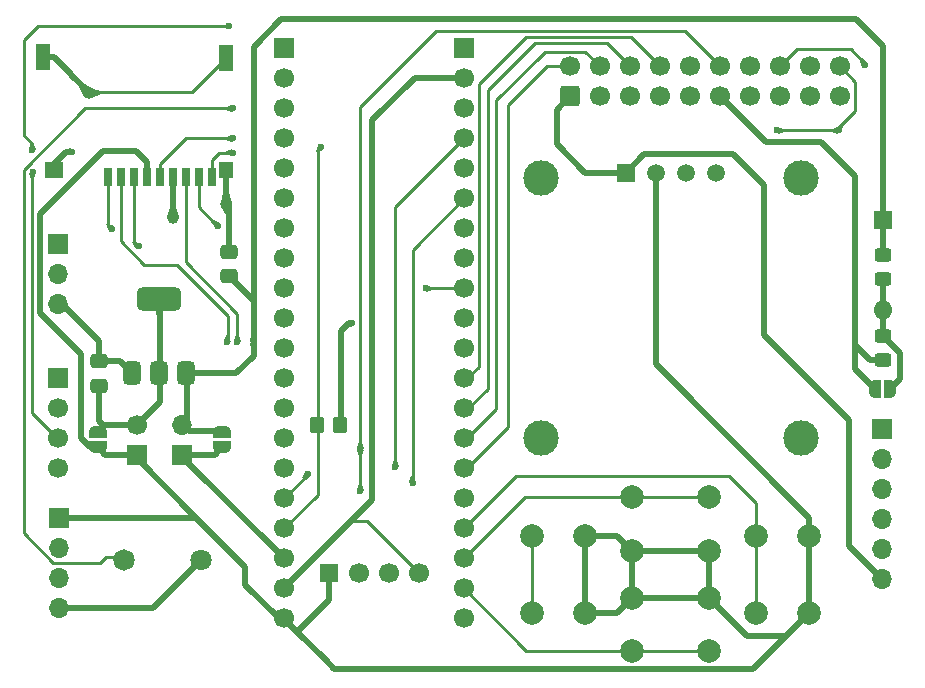
<source format=gbr>
%TF.GenerationSoftware,KiCad,Pcbnew,9.0.3*%
%TF.CreationDate,2025-08-20T09:57:48+02:00*%
%TF.ProjectId,sdiskII_stm32,73646973-6b49-4495-9f73-746d33322e6b,7*%
%TF.SameCoordinates,Original*%
%TF.FileFunction,Copper,L1,Top*%
%TF.FilePolarity,Positive*%
%FSLAX46Y46*%
G04 Gerber Fmt 4.6, Leading zero omitted, Abs format (unit mm)*
G04 Created by KiCad (PCBNEW 9.0.3) date 2025-08-20 09:57:48*
%MOMM*%
%LPD*%
G01*
G04 APERTURE LIST*
G04 Aperture macros list*
%AMRoundRect*
0 Rectangle with rounded corners*
0 $1 Rounding radius*
0 $2 $3 $4 $5 $6 $7 $8 $9 X,Y pos of 4 corners*
0 Add a 4 corners polygon primitive as box body*
4,1,4,$2,$3,$4,$5,$6,$7,$8,$9,$2,$3,0*
0 Add four circle primitives for the rounded corners*
1,1,$1+$1,$2,$3*
1,1,$1+$1,$4,$5*
1,1,$1+$1,$6,$7*
1,1,$1+$1,$8,$9*
0 Add four rect primitives between the rounded corners*
20,1,$1+$1,$2,$3,$4,$5,0*
20,1,$1+$1,$4,$5,$6,$7,0*
20,1,$1+$1,$6,$7,$8,$9,0*
20,1,$1+$1,$8,$9,$2,$3,0*%
%AMFreePoly0*
4,1,23,0.500000,-0.750000,0.000000,-0.750000,0.000000,-0.745722,-0.065263,-0.745722,-0.191342,-0.711940,-0.304381,-0.646677,-0.396677,-0.554381,-0.461940,-0.441342,-0.495722,-0.315263,-0.495722,-0.250000,-0.500000,-0.250000,-0.500000,0.250000,-0.495722,0.250000,-0.495722,0.315263,-0.461940,0.441342,-0.396677,0.554381,-0.304381,0.646677,-0.191342,0.711940,-0.065263,0.745722,0.000000,0.745722,
0.000000,0.750000,0.500000,0.750000,0.500000,-0.750000,0.500000,-0.750000,$1*%
%AMFreePoly1*
4,1,23,0.000000,0.745722,0.065263,0.745722,0.191342,0.711940,0.304381,0.646677,0.396677,0.554381,0.461940,0.441342,0.495722,0.315263,0.495722,0.250000,0.500000,0.250000,0.500000,-0.250000,0.495722,-0.250000,0.495722,-0.315263,0.461940,-0.441342,0.396677,-0.554381,0.304381,-0.646677,0.191342,-0.711940,0.065263,-0.745722,0.000000,-0.745722,0.000000,-0.750000,-0.500000,-0.750000,
-0.500000,0.750000,0.000000,0.750000,0.000000,0.745722,0.000000,0.745722,$1*%
G04 Aperture macros list end*
%TA.AperFunction,ComponentPad*%
%ADD10RoundRect,0.250000X0.600000X-0.600000X0.600000X0.600000X-0.600000X0.600000X-0.600000X-0.600000X0*%
%TD*%
%TA.AperFunction,ComponentPad*%
%ADD11C,1.700000*%
%TD*%
%TA.AperFunction,ComponentPad*%
%ADD12R,1.600000X1.600000*%
%TD*%
%TA.AperFunction,ComponentPad*%
%ADD13O,1.600000X1.600000*%
%TD*%
%TA.AperFunction,ComponentPad*%
%ADD14R,1.700000X1.700000*%
%TD*%
%TA.AperFunction,ComponentPad*%
%ADD15O,1.700000X1.700000*%
%TD*%
%TA.AperFunction,ComponentPad*%
%ADD16C,2.000000*%
%TD*%
%TA.AperFunction,SMDPad,CuDef*%
%ADD17RoundRect,0.250000X-0.450000X0.325000X-0.450000X-0.325000X0.450000X-0.325000X0.450000X0.325000X0*%
%TD*%
%TA.AperFunction,SMDPad,CuDef*%
%ADD18RoundRect,0.250000X0.475000X-0.337500X0.475000X0.337500X-0.475000X0.337500X-0.475000X-0.337500X0*%
%TD*%
%TA.AperFunction,ComponentPad*%
%ADD19C,1.824000*%
%TD*%
%TA.AperFunction,ComponentPad*%
%ADD20C,1.800000*%
%TD*%
%TA.AperFunction,SMDPad,CuDef*%
%ADD21FreePoly0,270.000000*%
%TD*%
%TA.AperFunction,SMDPad,CuDef*%
%ADD22FreePoly1,270.000000*%
%TD*%
%TA.AperFunction,ComponentPad*%
%ADD23R,1.524000X1.524000*%
%TD*%
%TA.AperFunction,SMDPad,CuDef*%
%ADD24RoundRect,0.375000X0.375000X-0.625000X0.375000X0.625000X-0.375000X0.625000X-0.375000X-0.625000X0*%
%TD*%
%TA.AperFunction,SMDPad,CuDef*%
%ADD25RoundRect,0.500000X1.400000X-0.500000X1.400000X0.500000X-1.400000X0.500000X-1.400000X-0.500000X0*%
%TD*%
%TA.AperFunction,SMDPad,CuDef*%
%ADD26FreePoly0,180.000000*%
%TD*%
%TA.AperFunction,SMDPad,CuDef*%
%ADD27FreePoly1,180.000000*%
%TD*%
%TA.AperFunction,ComponentPad*%
%ADD28R,1.508000X1.508000*%
%TD*%
%TA.AperFunction,ComponentPad*%
%ADD29C,1.508000*%
%TD*%
%TA.AperFunction,ComponentPad*%
%ADD30C,3.000000*%
%TD*%
%TA.AperFunction,SMDPad,CuDef*%
%ADD31R,1.600000X1.400000*%
%TD*%
%TA.AperFunction,SMDPad,CuDef*%
%ADD32R,1.200000X2.200000*%
%TD*%
%TA.AperFunction,SMDPad,CuDef*%
%ADD33R,0.700000X1.600000*%
%TD*%
%TA.AperFunction,SMDPad,CuDef*%
%ADD34R,1.200000X1.400000*%
%TD*%
%TA.AperFunction,SMDPad,CuDef*%
%ADD35RoundRect,0.250000X-0.350000X-0.450000X0.350000X-0.450000X0.350000X0.450000X-0.350000X0.450000X0*%
%TD*%
%TA.AperFunction,ViaPad*%
%ADD36C,0.600000*%
%TD*%
%TA.AperFunction,ViaPad*%
%ADD37C,1.000000*%
%TD*%
%TA.AperFunction,Conductor*%
%ADD38C,0.500000*%
%TD*%
%TA.AperFunction,Conductor*%
%ADD39C,0.250000*%
%TD*%
G04 APERTURE END LIST*
D10*
%TO.P,J2,1,Pin_1*%
%TO.N,GND*%
X178290000Y-92490000D03*
D11*
%TO.P,J2,2,Pin_2*%
%TO.N,STEP0*%
X178290000Y-89950000D03*
%TO.P,J2,3,Pin_3*%
%TO.N,GND*%
X180830000Y-92490000D03*
%TO.P,J2,4,Pin_4*%
%TO.N,STEP1*%
X180830000Y-89950000D03*
%TO.P,J2,5,Pin_5*%
%TO.N,GND*%
X183370000Y-92490000D03*
%TO.P,J2,6,Pin_6*%
%TO.N,STEP2*%
X183370000Y-89950000D03*
%TO.P,J2,7,Pin_7*%
%TO.N,3.5DSK_D*%
X185910000Y-92490000D03*
%TO.P,J2,8,Pin_8*%
%TO.N,STEP3*%
X185910000Y-89950000D03*
%TO.P,J2,9,Pin_9*%
%TO.N,unconnected-(J2-Pin_9-Pad9)*%
X188450000Y-92490000D03*
%TO.P,J2,10,Pin_10*%
%TO.N,WR_REQ*%
X188450000Y-89950000D03*
%TO.P,J2,11,Pin_11*%
%TO.N,VCC*%
X190990000Y-92490000D03*
%TO.P,J2,12,Pin_12*%
%TO.N,SELECT_D*%
X190990000Y-89950000D03*
%TO.P,J2,13,Pin_13*%
%TO.N,unconnected-(J2-Pin_13-Pad13)*%
X193530000Y-92490000D03*
%TO.P,J2,14,Pin_14*%
%TO.N,DEVICE_ENABLE*%
X193530000Y-89950000D03*
%TO.P,J2,15,Pin_15*%
%TO.N,unconnected-(J2-Pin_15-Pad15)*%
X196070000Y-92490000D03*
%TO.P,J2,16,Pin_16*%
%TO.N,RD_DATA*%
X196070000Y-89950000D03*
%TO.P,J2,17,Pin_17*%
%TO.N,unconnected-(J2-Pin_17-Pad17)*%
X198610000Y-92490000D03*
%TO.P,J2,18,Pin_18*%
%TO.N,WR_DATA*%
X198610000Y-89950000D03*
%TO.P,J2,19,Pin_19*%
%TO.N,unconnected-(J2-Pin_19-Pad19)*%
X201150000Y-92490000D03*
%TO.P,J2,20,Pin_20*%
%TO.N,WR_PROTECT_D*%
X201150000Y-89950000D03*
%TD*%
D12*
%TO.P,D1,1,K*%
%TO.N,PWR_RD*%
X204775000Y-102925000D03*
D13*
%TO.P,D1,2,A*%
%TO.N,Net-(D1-A)*%
X204775000Y-110545000D03*
%TD*%
D14*
%TO.P,J5,1,Pin_1*%
%TO.N,TIM2_CH3*%
X134880000Y-116370000D03*
D11*
%TO.P,J5,2,Pin_2*%
%TO.N,TIM3_CH4*%
X134880000Y-118910000D03*
%TO.P,J5,3,Pin_3*%
%TO.N,DEBUG*%
X134880000Y-121450000D03*
%TO.P,J5,4,Pin_4*%
%TO.N,GND*%
X134880000Y-123990000D03*
%TD*%
D14*
%TO.P,J3,1,Pin_1*%
%TO.N,RD_DATA*%
X204714746Y-120691427D03*
D15*
%TO.P,J3,2,Pin_2*%
%TO.N,WR_REQ*%
X204714746Y-123231427D03*
%TO.P,J3,3,Pin_3*%
%TO.N,DEVICE_ENABLE*%
X204714746Y-125771427D03*
%TO.P,J3,4,Pin_4*%
%TO.N,WR_PROTECT_D*%
X204714746Y-128311427D03*
%TO.P,J3,5,Pin_5*%
%TO.N,WR_DATA*%
X204714746Y-130851427D03*
%TO.P,J3,6,Pin_6*%
%TO.N,GND*%
X204714746Y-133391427D03*
%TD*%
D16*
%TO.P,UP1,1,1*%
%TO.N,+3.3V*%
X190040000Y-130950000D03*
X183540000Y-130950000D03*
%TO.P,UP1,2,2*%
%TO.N,BTN_UP*%
X190040000Y-126450000D03*
X183540000Y-126450000D03*
%TD*%
D17*
%TO.P,D2,1,K*%
%TO.N,PWR_RD*%
X204775000Y-105925000D03*
%TO.P,D2,2,A*%
%TO.N,Net-(D1-A)*%
X204775000Y-107975000D03*
%TD*%
%TO.P,Fu2,1*%
%TO.N,Net-(D1-A)*%
X204750000Y-112750000D03*
%TO.P,Fu2,2*%
%TO.N,VCC*%
X204750000Y-114800000D03*
%TD*%
D18*
%TO.P,C2,1*%
%TO.N,PWR_RD*%
X149400000Y-107720000D03*
%TO.P,C2,2*%
%TO.N,GND*%
X149400000Y-105645000D03*
%TD*%
D19*
%TO.P,BZ1,1,+*%
%TO.N,TIM1_CH2N*%
X140500000Y-131750000D03*
D20*
%TO.P,BZ1,2,-*%
%TO.N,GND*%
X147000000Y-131750000D03*
%TD*%
D14*
%TO.P,J4,1,Pin_1*%
%TO.N,USART1_TX*%
X134910000Y-104975000D03*
D15*
%TO.P,J4,2,Pin_2*%
%TO.N,USART1_RX*%
X134910000Y-107515000D03*
%TO.P,J4,3,Pin_3*%
%TO.N,GND*%
X134910000Y-110055000D03*
%TD*%
D21*
%TO.P,3V,1,A*%
%TO.N,Net-(J7-Pin_2)*%
X138275000Y-120925000D03*
D22*
%TO.P,3V,2,B*%
%TO.N,+3.3V*%
X138275000Y-122225000D03*
%TD*%
D14*
%TO.P,\u03BCC1,1,B12*%
%TO.N,BTN_RET*%
X154050000Y-88440000D03*
D11*
%TO.P,\u03BCC1,2,B13*%
%TO.N,SD_EJECT*%
X154050000Y-90980000D03*
%TO.P,\u03BCC1,3,B14*%
%TO.N,TIM1_CH2N*%
X154050000Y-93520000D03*
%TO.P,\u03BCC1,4,B15*%
%TO.N,SDIO_CK*%
X154050000Y-96060000D03*
%TO.P,\u03BCC1,5,A8*%
%TO.N,SDIO_D1*%
X154050000Y-98600000D03*
%TO.P,\u03BCC1,6,A9*%
%TO.N,SDIO_D2*%
X154050000Y-101140000D03*
%TO.P,\u03BCC1,7,A10*%
%TO.N,DEBUG*%
X154050000Y-103680000D03*
%TO.P,\u03BCC1,8,A11*%
%TO.N,3.5DSK*%
X154050000Y-106220000D03*
%TO.P,\u03BCC1,9,A12*%
%TO.N,unconnected-(\u03BCC1-A12-Pad9)*%
X154050000Y-108760000D03*
%TO.P,\u03BCC1,10,A15*%
%TO.N,USART1_TX*%
X154050000Y-111300000D03*
%TO.P,\u03BCC1,11,B3*%
%TO.N,USART1_RX*%
X154050000Y-113840000D03*
%TO.P,\u03BCC1,12,B4*%
%TO.N,SDIO_DO*%
X154050000Y-116380000D03*
%TO.P,\u03BCC1,13,B5*%
%TO.N,SDIO_D3*%
X154050000Y-118920000D03*
%TO.P,\u03BCC1,14,B6*%
%TO.N,I2C_SCL*%
X154050000Y-121460000D03*
%TO.P,\u03BCC1,15,B7*%
%TO.N,I2C_SDA*%
X154050000Y-124000000D03*
%TO.P,\u03BCC1,16,B8*%
%TO.N,SELECT*%
X154050000Y-126540000D03*
%TO.P,\u03BCC1,17,B9*%
%TO.N,WR_REQ*%
X154050000Y-129080000D03*
%TO.P,\u03BCC1,18,5Vi*%
%TO.N,PWR_5VIN*%
X154050000Y-131620000D03*
%TO.P,\u03BCC1,19,GNDi*%
%TO.N,GND*%
X154050000Y-134160000D03*
%TO.P,\u03BCC1,20,3.3i*%
%TO.N,+3.3V*%
X154050000Y-136700000D03*
%TO.P,\u03BCC1,21,VB*%
%TO.N,unconnected-(\u03BCC1-VB-Pad21)*%
X169290000Y-136700000D03*
%TO.P,\u03BCC1,22,C13*%
%TO.N,BTN_DOWN*%
X169290000Y-134160000D03*
%TO.P,\u03BCC1,23,C14*%
%TO.N,BTN_UP*%
X169290000Y-131620000D03*
%TO.P,\u03BCC1,24,C15*%
%TO.N,BTN_ENTR*%
X169290000Y-129080000D03*
%TO.P,\u03BCC1,25,R*%
%TO.N,unconnected-(\u03BCC1-R-Pad25)*%
X169290000Y-126540000D03*
%TO.P,\u03BCC1,26,A0*%
%TO.N,STEP0*%
X169290000Y-124000000D03*
%TO.P,\u03BCC1,27,A1*%
%TO.N,STEP1*%
X169290000Y-121460000D03*
%TO.P,\u03BCC1,28,A2*%
%TO.N,STEP2*%
X169290000Y-118920000D03*
%TO.P,\u03BCC1,29,A3*%
%TO.N,STEP3*%
X169290000Y-116380000D03*
%TO.P,\u03BCC1,30,A4*%
%TO.N,DEVICE_ENABLE*%
X169290000Y-113840000D03*
%TO.P,\u03BCC1,31,A5*%
%TO.N,WR_DATA*%
X169290000Y-111300000D03*
%TO.P,\u03BCC1,32,A6*%
%TO.N,SDIO_CMD*%
X169290000Y-108760000D03*
%TO.P,\u03BCC1,33,A7*%
%TO.N,WR_DATA*%
X169290000Y-106220000D03*
%TO.P,\u03BCC1,34,B0*%
%TO.N,RD_DATA*%
X169290000Y-103680000D03*
%TO.P,\u03BCC1,35,B1*%
%TO.N,TIM3_CH4*%
X169290000Y-101140000D03*
%TO.P,\u03BCC1,36,B2*%
%TO.N,WR_PROTECT*%
X169290000Y-98600000D03*
%TO.P,\u03BCC1,37,B10*%
%TO.N,TIM2_CH3*%
X169290000Y-96060000D03*
%TO.P,\u03BCC1,38,3.3ii*%
%TO.N,unconnected-(\u03BCC1-3.3ii-Pad38)*%
X169290000Y-93520000D03*
%TO.P,\u03BCC1,39,GNDii*%
%TO.N,GND*%
X169290000Y-90980000D03*
D14*
%TO.P,\u03BCC1,40,5Vii*%
%TO.N,unconnected-(\u03BCC1-5Vii-Pad40)*%
X169290000Y-88440000D03*
D23*
%TO.P,\u03BCC1,41,3.3V*%
%TO.N,+3.3V*%
X157860000Y-132890000D03*
D11*
%TO.P,\u03BCC1,42,SDIO*%
%TO.N,SDIO*%
X160400000Y-132890000D03*
%TO.P,\u03BCC1,43,SCK*%
%TO.N,SCK*%
X162940000Y-132890000D03*
%TO.P,\u03BCC1,44,GND*%
%TO.N,GND*%
X165480000Y-132890000D03*
%TD*%
D24*
%TO.P,U1,1,GND*%
%TO.N,GND*%
X141187500Y-115950000D03*
%TO.P,U1,2,VO*%
%TO.N,Net-(J7-Pin_2)*%
X143487500Y-115950000D03*
D25*
X143487500Y-109650000D03*
D24*
%TO.P,U1,3,VI*%
%TO.N,PWR_RD*%
X145787500Y-115950000D03*
%TD*%
D26*
%TO.P,BPF,1,A*%
%TO.N,Net-(D1-A)*%
X205375000Y-117275000D03*
D27*
%TO.P,BPF,2,B*%
%TO.N,VCC*%
X204075000Y-117275000D03*
%TD*%
D21*
%TO.P,JP1,1,A*%
%TO.N,PWR_RD*%
X148800000Y-120925000D03*
D22*
%TO.P,JP1,2,B*%
%TO.N,PWR_5VIN*%
X148800000Y-122225000D03*
%TD*%
D14*
%TO.P,J1,1,Pin_1*%
%TO.N,PWR_5VIN*%
X145455000Y-122850000D03*
D15*
%TO.P,J1,2,Pin_2*%
%TO.N,PWR_RD*%
X145455000Y-120310000D03*
%TD*%
D16*
%TO.P,ENTR1,1,1*%
%TO.N,+3.3V*%
X198540000Y-129700000D03*
X198540000Y-136200000D03*
%TO.P,ENTR1,2,2*%
%TO.N,BTN_ENTR*%
X194040000Y-129700000D03*
X194040000Y-136200000D03*
%TD*%
D14*
%TO.P,J6,1,Pin_1*%
%TO.N,+3.3V*%
X135000000Y-128180000D03*
D15*
%TO.P,J6,2,Pin_2*%
%TO.N,SDIO*%
X135000000Y-130720000D03*
%TO.P,J6,3,Pin_3*%
%TO.N,SCK*%
X135000000Y-133260000D03*
%TO.P,J6,4,Pin_4*%
%TO.N,GND*%
X135000000Y-135800000D03*
%TD*%
D28*
%TO.P,U8,1,GND*%
%TO.N,GND*%
X182980000Y-98950000D03*
D29*
%TO.P,U8,2,VCC_IN*%
%TO.N,+3.3V*%
X185520000Y-98950000D03*
%TO.P,U8,3,SCL*%
%TO.N,I2C_SCL*%
X188060000Y-98950000D03*
%TO.P,U8,4,SDA*%
%TO.N,I2C_SDA*%
X190600000Y-98950000D03*
D30*
%TO.P,U8,S1*%
%TO.N,N/C*%
X175790000Y-99450000D03*
%TO.P,U8,S2*%
X197790000Y-99450000D03*
%TO.P,U8,S3*%
X197790000Y-121450000D03*
%TO.P,U8,S4*%
X175790000Y-121450000D03*
%TD*%
D18*
%TO.P,C1,1*%
%TO.N,Net-(J7-Pin_2)*%
X138430000Y-116995000D03*
%TO.P,C1,2*%
%TO.N,GND*%
X138430000Y-114920000D03*
%TD*%
D31*
%TO.P,U2,*%
%TO.N,GND*%
X134540000Y-98750000D03*
D32*
X149140000Y-89250000D03*
D33*
%TO.P,U2,1,D2*%
%TO.N,SDIO_D2*%
X139140000Y-99350000D03*
%TO.P,U2,2,D3*%
%TO.N,SDIO_D3*%
X140240000Y-99350000D03*
%TO.P,U2,3,CMD*%
%TO.N,SDIO_CMD*%
X141340000Y-99350000D03*
%TO.P,U2,4,VDD*%
%TO.N,+3.3V*%
X142440000Y-99350000D03*
%TO.P,U2,5,SCLK*%
%TO.N,SDIO_CK*%
X143540000Y-99350000D03*
%TO.P,U2,6,GND*%
%TO.N,GND*%
X144640000Y-99350000D03*
%TO.P,U2,7,DO*%
%TO.N,SDIO_DO*%
X145740000Y-99350000D03*
%TO.P,U2,8,D1*%
%TO.N,SDIO_D1*%
X146840000Y-99350000D03*
%TO.P,U2,9,CD*%
%TO.N,SD_EJECT*%
X147940000Y-99350000D03*
D34*
%TO.P,U2,10,GND*%
%TO.N,GND*%
X149140000Y-98750000D03*
D32*
%TO.P,U2,~*%
X133640000Y-89150000D03*
%TD*%
D35*
%TO.P,R4,1*%
%TO.N,WR_REQ*%
X156825000Y-120325000D03*
%TO.P,R4,2*%
%TO.N,PWR_RD*%
X158825000Y-120325000D03*
%TD*%
D16*
%TO.P,RET1,1,1*%
%TO.N,+3.3V*%
X179540000Y-129700000D03*
X179540000Y-136200000D03*
%TO.P,RET1,2,2*%
%TO.N,BTN_RET*%
X175040000Y-129700000D03*
X175040000Y-136200000D03*
%TD*%
D14*
%TO.P,J7,1,Pin_1*%
%TO.N,+3.3V*%
X141590000Y-122850000D03*
D11*
%TO.P,J7,2,Pin_2*%
%TO.N,Net-(J7-Pin_2)*%
X141590000Y-120310000D03*
%TD*%
D16*
%TO.P,DOWN1,1,1*%
%TO.N,+3.3V*%
X183540000Y-134950000D03*
X190040000Y-134950000D03*
%TO.P,DOWN1,2,2*%
%TO.N,BTN_DOWN*%
X183540000Y-139450000D03*
X190040000Y-139450000D03*
%TD*%
D36*
%TO.N,GND*%
X136090000Y-97200000D03*
D37*
X144640000Y-102820000D03*
X137540000Y-92250000D03*
X149170000Y-101600000D03*
D36*
%TO.N,WR_REQ*%
X157190000Y-96750000D03*
%TO.N,RD_DATA*%
X203224000Y-89850000D03*
%TO.N,SDIO_DO*%
X150110000Y-113320000D03*
%TO.N,SD_EJECT*%
X149760000Y-97285000D03*
%TO.N,SDIO_CK*%
X149760000Y-96060000D03*
%TO.N,SDIO_D1*%
X148454766Y-103445000D03*
%TO.N,SDIO_CMD*%
X141740000Y-105170000D03*
X166040000Y-108760000D03*
%TO.N,SDIO_D2*%
X139500000Y-103750000D03*
%TO.N,SDIO_D3*%
X149260060Y-113330365D03*
%TO.N,DEBUG*%
X132769798Y-98934798D03*
X149390000Y-86500000D03*
X132742702Y-97052702D03*
%TO.N,TIM3_CH4*%
X164940000Y-125250000D03*
%TO.N,SELECT*%
X156090000Y-124430000D03*
%TO.N,TIM1_CH2N*%
X149760000Y-93520000D03*
%TO.N,TIM2_CH3*%
X163490000Y-123900000D03*
%TO.N,PWR_RD*%
X151500000Y-113320000D03*
X159825000Y-111680000D03*
%TO.N,SELECT_D*%
X160500000Y-122380000D03*
X160500000Y-125925000D03*
%TO.N,WR_PROTECT_D*%
X201041000Y-95370000D03*
X195790000Y-95360000D03*
%TD*%
D38*
%TO.N,GND*%
X201890000Y-119890000D02*
X201880000Y-119900000D01*
X165126341Y-90960000D02*
X169270000Y-90960000D01*
D39*
X161075000Y-128485000D02*
X159725000Y-128485000D01*
D38*
X136040000Y-90650000D02*
X136040000Y-90640000D01*
X138430000Y-113245000D02*
X135240000Y-110055000D01*
X138430000Y-114920000D02*
X138430000Y-113245000D01*
X201880000Y-130556681D02*
X204714746Y-133391427D01*
X149170000Y-98780000D02*
X149140000Y-98750000D01*
X194730000Y-100030000D02*
X194730000Y-112730000D01*
D39*
X137540000Y-92250000D02*
X137540000Y-92150000D01*
D38*
X135240000Y-110055000D02*
X134910000Y-110055000D01*
X159725000Y-128485000D02*
X154050000Y-134160000D01*
X165116341Y-90950000D02*
X165126341Y-90960000D01*
X177140000Y-96540000D02*
X177140000Y-93640000D01*
X161540000Y-94526341D02*
X165116341Y-90950000D01*
X149170000Y-101600000D02*
X149400000Y-101830000D01*
D39*
X146240000Y-92150000D02*
X149140000Y-89250000D01*
D38*
X159725000Y-128485000D02*
X161540000Y-126670000D01*
D39*
X137540000Y-92150000D02*
X146240000Y-92150000D01*
D38*
X177140000Y-93640000D02*
X178290000Y-92490000D01*
X141217500Y-115980000D02*
X141217500Y-116540000D01*
X149400000Y-101830000D02*
X149400000Y-105645000D01*
D39*
X165480000Y-132890000D02*
X161075000Y-128485000D01*
D38*
X138430000Y-114920000D02*
X140157500Y-114920000D01*
X168659000Y-90980000D02*
X168659000Y-90950000D01*
X184530000Y-97400000D02*
X192100000Y-97400000D01*
X192100000Y-97400000D02*
X194730000Y-100030000D01*
X169270000Y-90960000D02*
X169290000Y-90980000D01*
X140157500Y-114920000D02*
X141217500Y-115980000D01*
X135560000Y-97200000D02*
X134540000Y-98220000D01*
X134540000Y-98220000D02*
X134540000Y-98750000D01*
X161540000Y-126670000D02*
X161540000Y-94526341D01*
X182980000Y-98950000D02*
X179550000Y-98950000D01*
X201880000Y-119900000D02*
X201880000Y-130556681D01*
X136090000Y-97200000D02*
X135560000Y-97200000D01*
X137540000Y-92150000D02*
X136040000Y-90650000D01*
X144640000Y-102820000D02*
X144640000Y-99583884D01*
X135240000Y-135800000D02*
X142950000Y-135800000D01*
X194730000Y-112730000D02*
X201890000Y-119890000D01*
X149170000Y-101600000D02*
X149170000Y-98780000D01*
X182980000Y-98950000D02*
X184530000Y-97400000D01*
X134550000Y-89150000D02*
X133640000Y-89150000D01*
X142950000Y-135800000D02*
X147000000Y-131750000D01*
X179550000Y-98950000D02*
X177140000Y-96540000D01*
X136040000Y-90640000D02*
X134550000Y-89150000D01*
%TO.N,VCC*%
X190990000Y-92490000D02*
X194870000Y-96370000D01*
X202400158Y-109310158D02*
X202410000Y-109320000D01*
X203650000Y-114800000D02*
X204750000Y-114800000D01*
X199530000Y-96370000D02*
X202400158Y-99240158D01*
X202410000Y-109825000D02*
X202410000Y-112025000D01*
X202410000Y-109320000D02*
X202410000Y-109825000D01*
X194870000Y-96370000D02*
X199530000Y-96370000D01*
X202410000Y-112025000D02*
X202410000Y-113560000D01*
X204075000Y-117275000D02*
X202410000Y-115610000D01*
X202410000Y-115610000D02*
X202410000Y-112025000D01*
X202400158Y-99240158D02*
X202400158Y-109310158D01*
X202410000Y-113560000D02*
X203650000Y-114800000D01*
D39*
%TO.N,STEP2*%
X175290000Y-87950000D02*
X175040000Y-88200000D01*
X171290000Y-117250000D02*
X169620000Y-118920000D01*
X181370000Y-87950000D02*
X175290000Y-87950000D01*
X175040000Y-88200000D02*
X171290000Y-91950000D01*
X171290000Y-91950000D02*
X171290000Y-117250000D01*
X183370000Y-89950000D02*
X181370000Y-87950000D01*
%TO.N,WR_REQ*%
X156910000Y-97030000D02*
X156910000Y-126220000D01*
X156910000Y-126220000D02*
X154050000Y-129080000D01*
X157190000Y-96750000D02*
X156910000Y-97030000D01*
%TO.N,STEP3*%
X170540000Y-91450000D02*
X170540000Y-115415000D01*
X183410000Y-87450000D02*
X174540000Y-87450000D01*
X170540000Y-115415000D02*
X169575000Y-116380000D01*
X174540000Y-87450000D02*
X170540000Y-91450000D01*
X185910000Y-89950000D02*
X183410000Y-87450000D01*
%TO.N,STEP0*%
X173040000Y-93200000D02*
X173040000Y-120500000D01*
X176290000Y-89950000D02*
X173040000Y-93200000D01*
X173040000Y-120500000D02*
X169540000Y-124000000D01*
X178290000Y-89950000D02*
X176290000Y-89950000D01*
%TO.N,STEP1*%
X176165000Y-88700000D02*
X175865000Y-89000000D01*
X175865000Y-89000000D02*
X172040000Y-92825000D01*
X172040000Y-92825000D02*
X172040000Y-119000000D01*
X179580000Y-88700000D02*
X176165000Y-88700000D01*
X180830000Y-89950000D02*
X179580000Y-88700000D01*
X172040000Y-119000000D02*
X169580000Y-121460000D01*
%TO.N,BTN_DOWN*%
X183540000Y-139450000D02*
X190040000Y-139450000D01*
X174580000Y-139450000D02*
X169290000Y-134160000D01*
X183540000Y-139450000D02*
X174580000Y-139450000D01*
%TO.N,BTN_ENTR*%
X191740213Y-124650213D02*
X173719787Y-124650213D01*
X173719787Y-124650213D02*
X169290000Y-129080000D01*
X194040000Y-126950000D02*
X191740213Y-124650213D01*
X194040000Y-129700000D02*
X194040000Y-136200000D01*
X194040000Y-129700000D02*
X194040000Y-126950000D01*
%TO.N,BTN_RET*%
X175040000Y-136200000D02*
X175040000Y-129700000D01*
%TO.N,BTN_UP*%
X190040000Y-126450000D02*
X183540000Y-126450000D01*
X183540000Y-126450000D02*
X174460000Y-126450000D01*
X174460000Y-126450000D02*
X169290000Y-131620000D01*
D38*
%TO.N,+3.3V*%
X190040000Y-134950000D02*
X190040000Y-130950000D01*
X142440000Y-98050000D02*
X141490000Y-97100000D01*
X142440000Y-99350000D02*
X142440000Y-98050000D01*
X153610000Y-136700000D02*
X154050000Y-136700000D01*
X183540000Y-130950000D02*
X182290000Y-129700000D01*
X185520000Y-115180000D02*
X198540000Y-128200000D01*
X190040000Y-130950000D02*
X183540000Y-130950000D01*
X133376000Y-102424000D02*
X133376000Y-110806000D01*
X157860000Y-132890000D02*
X157860000Y-135130000D01*
X141590000Y-122850000D02*
X141590000Y-123130000D01*
X155170000Y-137820000D02*
X154602250Y-137252250D01*
X138275000Y-122225000D02*
X138925000Y-122875000D01*
X185520000Y-98950000D02*
X185520000Y-115180000D01*
X133376000Y-110806000D02*
X136840000Y-114270000D01*
X198540000Y-136200000D02*
X193790000Y-140950000D01*
X157860000Y-135130000D02*
X155170000Y-137820000D01*
X183540000Y-134950000D02*
X190040000Y-134950000D01*
X179540000Y-136200000D02*
X179540000Y-129700000D01*
X157590000Y-140240000D02*
X155170000Y-137820000D01*
X146640000Y-128180000D02*
X150790000Y-132330000D01*
X196540000Y-138200000D02*
X193290000Y-138200000D01*
X198540000Y-129700000D02*
X198540000Y-136200000D01*
X182290000Y-136200000D02*
X183540000Y-134950000D01*
X179540000Y-136200000D02*
X182290000Y-136200000D01*
X138700000Y-97100000D02*
X133376000Y-102424000D01*
X150790000Y-132330000D02*
X150790000Y-133880000D01*
X158300000Y-140950000D02*
X157590000Y-140240000D01*
X138925000Y-122875000D02*
X141565000Y-122875000D01*
X135190000Y-128180000D02*
X145280000Y-128180000D01*
X182290000Y-129700000D02*
X179540000Y-129700000D01*
X136840000Y-114270000D02*
X136840000Y-121455594D01*
X141590000Y-123130000D02*
X146640000Y-128180000D01*
X137609406Y-122225000D02*
X138275000Y-122225000D01*
X150790000Y-133880000D02*
X153610000Y-136700000D01*
X141490000Y-97100000D02*
X138700000Y-97100000D01*
X193790000Y-140950000D02*
X158300000Y-140950000D01*
X136840000Y-121455594D02*
X137609406Y-122225000D01*
X193290000Y-138200000D02*
X190040000Y-134950000D01*
X145280000Y-128180000D02*
X146640000Y-128180000D01*
X141565000Y-122875000D02*
X141590000Y-122850000D01*
X198540000Y-128200000D02*
X198540000Y-129700000D01*
X183540000Y-134950000D02*
X183540000Y-130950000D01*
D39*
%TO.N,RD_DATA*%
X203280000Y-89730000D02*
X202050000Y-88500000D01*
X202050000Y-88500000D02*
X197520000Y-88500000D01*
X203224000Y-89850000D02*
X203280000Y-89794000D01*
X197520000Y-88500000D02*
X196070000Y-89950000D01*
X203280000Y-89794000D02*
X203280000Y-89730000D01*
%TO.N,SDIO_DO*%
X150110000Y-110930000D02*
X145740000Y-106560000D01*
X145740000Y-106560000D02*
X145740000Y-99350000D01*
X150110000Y-113320000D02*
X150110000Y-110930000D01*
%TO.N,SD_EJECT*%
X147940000Y-97860000D02*
X148515000Y-97285000D01*
X147940000Y-99350000D02*
X147940000Y-97860000D01*
X148515000Y-97285000D02*
X149600000Y-97285000D01*
%TO.N,SDIO_CK*%
X149650000Y-96060000D02*
X145740000Y-96060000D01*
X143540000Y-98260000D02*
X143540000Y-99350000D01*
X145740000Y-96060000D02*
X143540000Y-98260000D01*
%TO.N,SDIO_D1*%
X148309766Y-103300000D02*
X148240000Y-103300000D01*
X146840000Y-101900000D02*
X146840000Y-99350000D01*
X148240000Y-103300000D02*
X146840000Y-101900000D01*
X154050000Y-98600000D02*
X154050000Y-98990000D01*
X148454766Y-103445000D02*
X148309766Y-103300000D01*
%TO.N,SDIO_CMD*%
X141740000Y-105170000D02*
X141550000Y-105170000D01*
X141340000Y-104960000D02*
X141340000Y-99350000D01*
X141550000Y-105170000D02*
X141340000Y-104960000D01*
X169290000Y-108760000D02*
X166040000Y-108760000D01*
%TO.N,SDIO_D2*%
X139140000Y-103390000D02*
X139140000Y-99350000D01*
X139500000Y-103750000D02*
X139140000Y-103390000D01*
%TO.N,SDIO_D3*%
X149290000Y-113300425D02*
X149290000Y-111060000D01*
X149290000Y-111060000D02*
X144970000Y-106740000D01*
X144970000Y-106740000D02*
X142200000Y-106740000D01*
X142200000Y-106740000D02*
X140240000Y-104780000D01*
X154050000Y-118920000D02*
X154050000Y-118590000D01*
X140240000Y-104780000D02*
X140240000Y-99350000D01*
X149260060Y-113330365D02*
X149290000Y-113300425D01*
%TO.N,DEBUG*%
X132000000Y-95750000D02*
X132000000Y-87750000D01*
X132750000Y-119330000D02*
X135000000Y-121580000D01*
X132742702Y-97052702D02*
X132742702Y-96492702D01*
X132769798Y-98934798D02*
X132750000Y-98954596D01*
X132000000Y-87750000D02*
X133250000Y-86500000D01*
X132750000Y-98954596D02*
X132750000Y-119330000D01*
X132742702Y-96492702D02*
X132000000Y-95750000D01*
X133250000Y-86500000D02*
X149390000Y-86500000D01*
%TO.N,TIM3_CH4*%
X164940000Y-105490000D02*
X164940000Y-125250000D01*
X169290000Y-101140000D02*
X164940000Y-105490000D01*
%TO.N,SELECT*%
X156065000Y-124600000D02*
X155990000Y-124600000D01*
X155990000Y-124600000D02*
X154050000Y-126540000D01*
X156090000Y-124430000D02*
X156090000Y-124575000D01*
X156090000Y-124575000D02*
X156065000Y-124600000D01*
%TO.N,TIM1_CH2N*%
X132000000Y-129500000D02*
X134500000Y-132000000D01*
X139000000Y-131500000D02*
X140500000Y-131500000D01*
X149760000Y-93520000D02*
X137230000Y-93520000D01*
X138500000Y-132000000D02*
X139000000Y-131500000D01*
X137230000Y-93520000D02*
X132000000Y-98750000D01*
X134500000Y-132000000D02*
X138500000Y-132000000D01*
X132000000Y-98750000D02*
X132000000Y-129500000D01*
%TO.N,TIM2_CH3*%
X163490000Y-101860000D02*
X163490000Y-123900000D01*
X169290000Y-96060000D02*
X163490000Y-101860000D01*
D38*
%TO.N,PWR_RD*%
X149400000Y-107720000D02*
X151390000Y-109710000D01*
X159825000Y-111680000D02*
X159540000Y-111680000D01*
X148700000Y-120825000D02*
X145970000Y-120825000D01*
X158880000Y-112340000D02*
X158880000Y-120270000D01*
X151390000Y-109710000D02*
X151500000Y-109710000D01*
X149990000Y-115950000D02*
X145787500Y-115950000D01*
X151500000Y-109710000D02*
X151500000Y-113320000D01*
X204775000Y-88245000D02*
X204775000Y-105925000D01*
X151500000Y-113320000D02*
X151500000Y-114440000D01*
X158880000Y-120270000D02*
X158825000Y-120325000D01*
X202480000Y-85950000D02*
X204775000Y-88245000D01*
X151500000Y-88288000D02*
X153838000Y-85950000D01*
X159540000Y-111680000D02*
X158880000Y-112340000D01*
X145817500Y-119947500D02*
X145455000Y-120310000D01*
X145817500Y-116540000D02*
X145817500Y-119947500D01*
X153838000Y-85950000D02*
X202480000Y-85950000D01*
X145970000Y-120825000D02*
X145455000Y-120310000D01*
X151500000Y-109710000D02*
X151500000Y-88288000D01*
X145787500Y-115950000D02*
X145787500Y-116510000D01*
X148800000Y-120925000D02*
X148700000Y-120825000D01*
X145787500Y-116510000D02*
X145817500Y-116540000D01*
X151500000Y-114440000D02*
X149990000Y-115950000D01*
D39*
%TO.N,SELECT_D*%
X160500000Y-93400000D02*
X166950000Y-86950000D01*
X160500000Y-125925000D02*
X160500000Y-122380000D01*
X187990000Y-86950000D02*
X190990000Y-89950000D01*
X166950000Y-86950000D02*
X187990000Y-86950000D01*
X160500000Y-125925000D02*
X160375000Y-125800000D01*
X160500000Y-122380000D02*
X160500000Y-93400000D01*
%TO.N,WR_PROTECT_D*%
X201031000Y-95360000D02*
X195790000Y-95360000D01*
X201115000Y-95296000D02*
X201115000Y-95025000D01*
X202440000Y-93700000D02*
X202440000Y-91240000D01*
X202440000Y-91240000D02*
X201150000Y-89950000D01*
X201115000Y-95025000D02*
X202440000Y-93700000D01*
X201041000Y-95370000D02*
X201031000Y-95360000D01*
X201041000Y-95370000D02*
X201115000Y-95296000D01*
D38*
%TO.N,Net-(J7-Pin_2)*%
X143487500Y-109650000D02*
X143487500Y-110945000D01*
X138900000Y-120300000D02*
X138812500Y-120387500D01*
X143517500Y-118382500D02*
X141590000Y-120310000D01*
X138430000Y-116995000D02*
X138430000Y-120005000D01*
X141590000Y-120310000D02*
X141580000Y-120300000D01*
X143517500Y-116540000D02*
X143517500Y-118382500D01*
X138430000Y-120005000D02*
X138812500Y-120387500D01*
X143517500Y-110975000D02*
X143517500Y-110240000D01*
X143487500Y-110945000D02*
X143517500Y-110975000D01*
X138812500Y-120387500D02*
X138275000Y-120925000D01*
X143510000Y-116547500D02*
X143517500Y-116540000D01*
X141580000Y-120300000D02*
X138900000Y-120300000D01*
X143517500Y-116540000D02*
X143517500Y-110975000D01*
%TO.N,PWR_5VIN*%
X145455000Y-122850000D02*
X145455000Y-123025000D01*
X145455000Y-122850000D02*
X148175000Y-122850000D01*
X148175000Y-122850000D02*
X148800000Y-122225000D01*
X145455000Y-123025000D02*
X154050000Y-131620000D01*
X154050000Y-131590000D02*
X154050000Y-131620000D01*
%TO.N,Net-(D1-A)*%
X206225000Y-114225000D02*
X204750000Y-112750000D01*
X206225000Y-116425000D02*
X206225000Y-114225000D01*
X204750000Y-112750000D02*
X204775000Y-112725000D01*
X205375000Y-117275000D02*
X206225000Y-116425000D01*
X204775000Y-112725000D02*
X204775000Y-107975000D01*
%TD*%
%TA.AperFunction,Conductor*%
%TO.N,GND*%
G36*
X137649823Y-91763260D02*
G01*
X138521013Y-92022511D01*
X138527965Y-92028155D01*
X138529376Y-92033725D01*
X138529376Y-92268076D01*
X138525949Y-92276349D01*
X138523307Y-92278332D01*
X137827169Y-92660581D01*
X137818268Y-92661559D01*
X137811821Y-92656841D01*
X137556669Y-92276349D01*
X137541712Y-92254045D01*
X137539951Y-92245267D01*
X137635020Y-91772170D01*
X137640010Y-91764735D01*
X137648796Y-91763005D01*
X137649823Y-91763260D01*
G37*
%TD.AperFunction*%
%TD*%
%TA.AperFunction,Conductor*%
%TO.N,GND*%
G36*
X149590471Y-101683494D02*
G01*
X149650878Y-101695633D01*
X149658314Y-101700623D01*
X149660272Y-101707249D01*
X149650143Y-102523973D01*
X149646614Y-102532203D01*
X149638444Y-102535528D01*
X149156615Y-102535528D01*
X149148342Y-102532101D01*
X149146590Y-102529860D01*
X148760007Y-101887329D01*
X148758678Y-101878473D01*
X148763514Y-101871582D01*
X149165954Y-101601712D01*
X149174732Y-101599951D01*
X149590471Y-101683494D01*
G37*
%TD.AperFunction*%
%TD*%
%TA.AperFunction,Conductor*%
%TO.N,GND*%
G36*
X136028555Y-96909969D02*
G01*
X136033782Y-96917239D01*
X136033861Y-96917600D01*
X136090241Y-97196984D01*
X136090243Y-97201602D01*
X136033801Y-97482644D01*
X136028812Y-97490080D01*
X136020026Y-97491811D01*
X136019906Y-97491786D01*
X135694749Y-97422917D01*
X135688900Y-97419744D01*
X135352661Y-97083505D01*
X135349234Y-97075232D01*
X135352661Y-97066959D01*
X135358257Y-97063842D01*
X136019718Y-96908524D01*
X136028555Y-96909969D01*
G37*
%TD.AperFunction*%
%TD*%
%TA.AperFunction,Conductor*%
%TO.N,GND*%
G36*
X137074469Y-91328358D02*
G01*
X137808213Y-91827750D01*
X137813124Y-91835238D01*
X137811371Y-91843903D01*
X137542009Y-92248749D01*
X137538749Y-92252009D01*
X137135440Y-92520349D01*
X137126654Y-92522079D01*
X137119218Y-92517089D01*
X137118427Y-92515704D01*
X136716525Y-91683947D01*
X136716012Y-91675008D01*
X136718786Y-91670587D01*
X137059616Y-91329757D01*
X137067888Y-91326331D01*
X137074469Y-91328358D01*
G37*
%TD.AperFunction*%
%TD*%
%TA.AperFunction,Conductor*%
%TO.N,GND*%
G36*
X144889306Y-101833034D02*
G01*
X144892331Y-101838265D01*
X145127147Y-102710401D01*
X145125989Y-102719281D01*
X145118891Y-102724741D01*
X145118154Y-102724914D01*
X144642305Y-102820536D01*
X144637695Y-102820536D01*
X144161845Y-102724914D01*
X144154409Y-102719924D01*
X144152679Y-102711138D01*
X144152852Y-102710401D01*
X144387669Y-101838265D01*
X144393129Y-101831167D01*
X144398967Y-101829607D01*
X144881033Y-101829607D01*
X144889306Y-101833034D01*
G37*
%TD.AperFunction*%
%TD*%
%TA.AperFunction,Conductor*%
%TO.N,GND*%
G36*
X149419306Y-100613034D02*
G01*
X149422331Y-100618265D01*
X149657147Y-101490401D01*
X149655989Y-101499281D01*
X149648891Y-101504741D01*
X149648154Y-101504914D01*
X149172305Y-101600536D01*
X149167695Y-101600536D01*
X148691845Y-101504914D01*
X148684409Y-101499924D01*
X148682679Y-101491138D01*
X148682852Y-101490401D01*
X148917669Y-100618265D01*
X148923129Y-100611167D01*
X148928967Y-100609607D01*
X149411033Y-100609607D01*
X149419306Y-100613034D01*
G37*
%TD.AperFunction*%
%TD*%
%TA.AperFunction,Conductor*%
%TO.N,WR_REQ*%
G36*
X157185209Y-96748063D02*
G01*
X157192671Y-96753014D01*
X157192704Y-96753064D01*
X157350387Y-96989998D01*
X157352118Y-96998784D01*
X157347429Y-97006014D01*
X157038045Y-97226090D01*
X157031263Y-97228256D01*
X156799361Y-97228256D01*
X156791088Y-97224829D01*
X156787661Y-97216556D01*
X156787902Y-97214192D01*
X156834164Y-96989998D01*
X156893424Y-96702810D01*
X156898451Y-96695403D01*
X156907125Y-96693694D01*
X157185209Y-96748063D01*
G37*
%TD.AperFunction*%
%TD*%
%TA.AperFunction,Conductor*%
%TO.N,RD_DATA*%
G36*
X203007720Y-89279614D02*
G01*
X203382654Y-89593840D01*
X203386794Y-89601780D01*
X203384888Y-89609275D01*
X203227409Y-89846634D01*
X203219980Y-89851633D01*
X203219936Y-89851642D01*
X203219911Y-89851647D01*
X202940844Y-89906354D01*
X202932066Y-89904583D01*
X202927200Y-89897531D01*
X202824208Y-89455839D01*
X202825666Y-89447006D01*
X202827325Y-89444915D01*
X202991933Y-89280307D01*
X203000205Y-89276881D01*
X203007720Y-89279614D01*
G37*
%TD.AperFunction*%
%TD*%
%TA.AperFunction,Conductor*%
%TO.N,SDIO_DO*%
G36*
X150234699Y-112729191D02*
G01*
X150237583Y-112733940D01*
X150400315Y-113249062D01*
X150399539Y-113257983D01*
X150392682Y-113263743D01*
X150391478Y-113264054D01*
X150112320Y-113320530D01*
X150107680Y-113320530D01*
X149874553Y-113273366D01*
X149828520Y-113264053D01*
X149821092Y-113259054D01*
X149819373Y-113250266D01*
X149819680Y-113249075D01*
X149982417Y-112733939D01*
X149988177Y-112727083D01*
X149993574Y-112725764D01*
X150226426Y-112725764D01*
X150234699Y-112729191D01*
G37*
%TD.AperFunction*%
%TD*%
%TA.AperFunction,Conductor*%
%TO.N,SD_EJECT*%
G36*
X149697983Y-96995460D02*
G01*
X149703743Y-97002317D01*
X149704054Y-97003521D01*
X149760530Y-97282680D01*
X149760530Y-97287320D01*
X149704054Y-97566478D01*
X149699054Y-97573907D01*
X149690266Y-97575626D01*
X149689062Y-97575315D01*
X149173940Y-97412582D01*
X149167083Y-97406822D01*
X149165764Y-97401425D01*
X149165764Y-97168574D01*
X149169191Y-97160301D01*
X149173940Y-97157417D01*
X149689063Y-96994684D01*
X149697983Y-96995460D01*
G37*
%TD.AperFunction*%
%TD*%
%TA.AperFunction,Conductor*%
%TO.N,SDIO_CK*%
G36*
X149697983Y-95770460D02*
G01*
X149703743Y-95777317D01*
X149704054Y-95778521D01*
X149760530Y-96057680D01*
X149760530Y-96062320D01*
X149704054Y-96341478D01*
X149699054Y-96348907D01*
X149690266Y-96350626D01*
X149689062Y-96350315D01*
X149173940Y-96187582D01*
X149167083Y-96181822D01*
X149165764Y-96176425D01*
X149165764Y-95943574D01*
X149169191Y-95935301D01*
X149173940Y-95932417D01*
X149689063Y-95769684D01*
X149697983Y-95770460D01*
G37*
%TD.AperFunction*%
%TD*%
%TA.AperFunction,Conductor*%
%TO.N,SDIO_D1*%
G36*
X148095329Y-102974353D02*
G01*
X148608411Y-103190082D01*
X148614708Y-103196446D01*
X148614660Y-103205401D01*
X148613624Y-103207334D01*
X148456781Y-103443734D01*
X148453500Y-103447015D01*
X148215276Y-103605068D01*
X148206488Y-103606787D01*
X148199059Y-103601787D01*
X148198928Y-103601585D01*
X148100896Y-103447015D01*
X147916324Y-103155995D01*
X147914787Y-103147176D01*
X147917930Y-103141460D01*
X148082525Y-102976865D01*
X148090797Y-102973439D01*
X148095329Y-102974353D01*
G37*
%TD.AperFunction*%
%TD*%
%TA.AperFunction,Conductor*%
%TO.N,SDIO_CMD*%
G36*
X141465818Y-104828621D02*
G01*
X141786288Y-104874029D01*
X141793998Y-104878582D01*
X141796230Y-104887254D01*
X141796123Y-104887888D01*
X141740946Y-105166223D01*
X141735975Y-105173672D01*
X141735942Y-105173694D01*
X141501217Y-105329591D01*
X141492430Y-105331314D01*
X141484998Y-105326318D01*
X141484459Y-105325422D01*
X141224369Y-104845783D01*
X141223438Y-104836877D01*
X141229077Y-104829921D01*
X141234654Y-104828506D01*
X141464178Y-104828506D01*
X141465818Y-104828621D01*
G37*
%TD.AperFunction*%
%TD*%
%TA.AperFunction,Conductor*%
%TO.N,SDIO_CMD*%
G36*
X166110929Y-108469681D02*
G01*
X166626060Y-108632417D01*
X166632917Y-108638177D01*
X166634236Y-108643574D01*
X166634236Y-108876425D01*
X166630809Y-108884698D01*
X166626060Y-108887582D01*
X166110937Y-109050315D01*
X166102016Y-109049539D01*
X166096256Y-109042682D01*
X166095949Y-109041494D01*
X166039469Y-108762318D01*
X166039469Y-108757680D01*
X166062554Y-108643574D01*
X166095946Y-108478518D01*
X166100945Y-108471092D01*
X166109733Y-108469373D01*
X166110929Y-108469681D01*
G37*
%TD.AperFunction*%
%TD*%
%TA.AperFunction,Conductor*%
%TO.N,SDIO_D2*%
G36*
X139267426Y-103306063D02*
G01*
X139654641Y-103494698D01*
X139660578Y-103501402D01*
X139660035Y-103510340D01*
X139659257Y-103511698D01*
X139502704Y-103746935D01*
X139495268Y-103751924D01*
X139495209Y-103751936D01*
X139215452Y-103806632D01*
X139206675Y-103804856D01*
X139202266Y-103799293D01*
X139184324Y-103751924D01*
X139021001Y-103320724D01*
X139021275Y-103311775D01*
X139027798Y-103305640D01*
X139031942Y-103304881D01*
X139262302Y-103304881D01*
X139267426Y-103306063D01*
G37*
%TD.AperFunction*%
%TD*%
%TA.AperFunction,Conductor*%
%TO.N,SDIO_D3*%
G36*
X149414227Y-112739556D02*
G01*
X149417277Y-112744885D01*
X149551185Y-113259876D01*
X149549951Y-113268745D01*
X149542806Y-113274143D01*
X149542182Y-113274288D01*
X149262380Y-113330895D01*
X149257740Y-113330895D01*
X148979241Y-113274552D01*
X148971812Y-113269552D01*
X148970093Y-113260764D01*
X148970592Y-113259013D01*
X149162166Y-112743752D01*
X149168262Y-112737191D01*
X149173133Y-112736129D01*
X149405954Y-112736129D01*
X149414227Y-112739556D01*
G37*
%TD.AperFunction*%
%TD*%
%TA.AperFunction,Conductor*%
%TO.N,DEBUG*%
G36*
X132810574Y-96392958D02*
G01*
X132813257Y-96397126D01*
X133032120Y-96981317D01*
X133031814Y-96990267D01*
X133025269Y-96996378D01*
X133023478Y-96996891D01*
X132748181Y-97052445D01*
X132739394Y-97050722D01*
X132739361Y-97050700D01*
X132501247Y-96891374D01*
X132496276Y-96883925D01*
X132496950Y-96877158D01*
X132629217Y-96559020D01*
X132631744Y-96555242D01*
X132794029Y-96392957D01*
X132802301Y-96389531D01*
X132810574Y-96392958D01*
G37*
%TD.AperFunction*%
%TD*%
%TA.AperFunction,Conductor*%
%TO.N,DEBUG*%
G36*
X133050842Y-98990656D02*
G01*
X133058271Y-98995656D01*
X133059990Y-99004444D01*
X133059555Y-99006017D01*
X132877755Y-99521227D01*
X132871771Y-99527889D01*
X132866722Y-99529034D01*
X132633883Y-99529034D01*
X132625610Y-99525607D01*
X132622613Y-99520478D01*
X132478942Y-99005442D01*
X132480020Y-98996552D01*
X132487068Y-98991028D01*
X132487878Y-98990833D01*
X132767480Y-98934267D01*
X132772116Y-98934267D01*
X133050842Y-98990656D01*
G37*
%TD.AperFunction*%
%TD*%
%TA.AperFunction,Conductor*%
%TO.N,TIM3_CH4*%
G36*
X165064699Y-124659191D02*
G01*
X165067583Y-124663940D01*
X165230315Y-125179062D01*
X165229539Y-125187983D01*
X165222682Y-125193743D01*
X165221478Y-125194054D01*
X164942320Y-125250530D01*
X164937680Y-125250530D01*
X164704553Y-125203366D01*
X164658520Y-125194053D01*
X164651092Y-125189054D01*
X164649373Y-125180266D01*
X164649680Y-125179075D01*
X164812417Y-124663939D01*
X164818177Y-124657083D01*
X164823574Y-124655764D01*
X165056426Y-124655764D01*
X165064699Y-124659191D01*
G37*
%TD.AperFunction*%
%TD*%
%TA.AperFunction,Conductor*%
%TO.N,SELECT*%
G36*
X155850402Y-124270106D02*
G01*
X155852338Y-124271144D01*
X156088734Y-124427984D01*
X156092015Y-124431265D01*
X156250070Y-124669491D01*
X156251789Y-124678279D01*
X156246789Y-124685708D01*
X156246590Y-124685838D01*
X155801114Y-124968553D01*
X155792293Y-124970092D01*
X155786572Y-124966947D01*
X155621982Y-124802357D01*
X155618555Y-124794084D01*
X155619467Y-124789555D01*
X155835084Y-124276359D01*
X155841447Y-124270061D01*
X155850402Y-124270106D01*
G37*
%TD.AperFunction*%
%TD*%
%TA.AperFunction,Conductor*%
%TO.N,TIM1_CH2N*%
G36*
X149697983Y-93230460D02*
G01*
X149703743Y-93237317D01*
X149704054Y-93238521D01*
X149760530Y-93517680D01*
X149760530Y-93522320D01*
X149704054Y-93801478D01*
X149699054Y-93808907D01*
X149690266Y-93810626D01*
X149689062Y-93810315D01*
X149173940Y-93647582D01*
X149167083Y-93641822D01*
X149165764Y-93636425D01*
X149165764Y-93403574D01*
X149169191Y-93395301D01*
X149173940Y-93392417D01*
X149689063Y-93229684D01*
X149697983Y-93230460D01*
G37*
%TD.AperFunction*%
%TD*%
%TA.AperFunction,Conductor*%
%TO.N,TIM2_CH3*%
G36*
X163614699Y-123309191D02*
G01*
X163617583Y-123313940D01*
X163780315Y-123829062D01*
X163779539Y-123837983D01*
X163772682Y-123843743D01*
X163771478Y-123844054D01*
X163492320Y-123900530D01*
X163487680Y-123900530D01*
X163254553Y-123853366D01*
X163208520Y-123844053D01*
X163201092Y-123839054D01*
X163199373Y-123830266D01*
X163199680Y-123829075D01*
X163362417Y-123313939D01*
X163368177Y-123307083D01*
X163373574Y-123305764D01*
X163606426Y-123305764D01*
X163614699Y-123309191D01*
G37*
%TD.AperFunction*%
%TD*%
%TA.AperFunction,Conductor*%
%TO.N,PWR_RD*%
G36*
X151747500Y-112729191D02*
G01*
X151750887Y-112736501D01*
X151793379Y-113251104D01*
X151790645Y-113259631D01*
X151784039Y-113263535D01*
X151502320Y-113320530D01*
X151497680Y-113320530D01*
X151215960Y-113263535D01*
X151208531Y-113258535D01*
X151206620Y-113251104D01*
X151249113Y-112736501D01*
X151253209Y-112728538D01*
X151260773Y-112725764D01*
X151739227Y-112725764D01*
X151747500Y-112729191D01*
G37*
%TD.AperFunction*%
%TD*%
%TA.AperFunction,Conductor*%
%TO.N,PWR_RD*%
G36*
X151784039Y-113376464D02*
G01*
X151791468Y-113381464D01*
X151793379Y-113388895D01*
X151750887Y-113903499D01*
X151746791Y-113911462D01*
X151739227Y-113914236D01*
X151260773Y-113914236D01*
X151252500Y-113910809D01*
X151249113Y-113903499D01*
X151206620Y-113388895D01*
X151209354Y-113380368D01*
X151215959Y-113376464D01*
X151497682Y-113319469D01*
X151502318Y-113319469D01*
X151784039Y-113376464D01*
G37*
%TD.AperFunction*%
%TD*%
%TA.AperFunction,Conductor*%
%TO.N,PWR_RD*%
G36*
X159664390Y-111439566D02*
G01*
X159824387Y-111677332D01*
X159826161Y-111681613D01*
X159881424Y-111963509D01*
X159879653Y-111972287D01*
X159872969Y-111977062D01*
X159501932Y-112076397D01*
X159493054Y-112075226D01*
X159490633Y-112073368D01*
X159152705Y-111735440D01*
X159149278Y-111727167D01*
X159152705Y-111718894D01*
X159155181Y-111717004D01*
X159648894Y-111435929D01*
X159657780Y-111434815D01*
X159664390Y-111439566D01*
G37*
%TD.AperFunction*%
%TD*%
%TA.AperFunction,Conductor*%
%TO.N,SELECT_D*%
G36*
X160781479Y-122435946D02*
G01*
X160788907Y-122440945D01*
X160790626Y-122449733D01*
X160790315Y-122450937D01*
X160627583Y-122966060D01*
X160621823Y-122972917D01*
X160616426Y-122974236D01*
X160383574Y-122974236D01*
X160375301Y-122970809D01*
X160372417Y-122966060D01*
X160209684Y-122450937D01*
X160210460Y-122442016D01*
X160217317Y-122436256D01*
X160218500Y-122435950D01*
X160497682Y-122379469D01*
X160502318Y-122379469D01*
X160781479Y-122435946D01*
G37*
%TD.AperFunction*%
%TD*%
%TA.AperFunction,Conductor*%
%TO.N,SELECT_D*%
G36*
X160624699Y-125334191D02*
G01*
X160627583Y-125338940D01*
X160790315Y-125854062D01*
X160789539Y-125862983D01*
X160782682Y-125868743D01*
X160781478Y-125869054D01*
X160502320Y-125925530D01*
X160497680Y-125925530D01*
X160264553Y-125878366D01*
X160218520Y-125869053D01*
X160211092Y-125864054D01*
X160209373Y-125855266D01*
X160209680Y-125854075D01*
X160372417Y-125338939D01*
X160378177Y-125332083D01*
X160383574Y-125330764D01*
X160616426Y-125330764D01*
X160624699Y-125334191D01*
G37*
%TD.AperFunction*%
%TD*%
%TA.AperFunction,Conductor*%
%TO.N,SELECT_D*%
G36*
X160624699Y-121789191D02*
G01*
X160627583Y-121793940D01*
X160790315Y-122309062D01*
X160789539Y-122317983D01*
X160782682Y-122323743D01*
X160781478Y-122324054D01*
X160502320Y-122380530D01*
X160497680Y-122380530D01*
X160264553Y-122333366D01*
X160218520Y-122324053D01*
X160211092Y-122319054D01*
X160209373Y-122310266D01*
X160209680Y-122309075D01*
X160372417Y-121793939D01*
X160378177Y-121787083D01*
X160383574Y-121785764D01*
X160616426Y-121785764D01*
X160624699Y-121789191D01*
G37*
%TD.AperFunction*%
%TD*%
%TA.AperFunction,Conductor*%
%TO.N,WR_PROTECT_D*%
G36*
X195860929Y-95069681D02*
G01*
X196376060Y-95232417D01*
X196382917Y-95238177D01*
X196384236Y-95243574D01*
X196384236Y-95476425D01*
X196380809Y-95484698D01*
X196376060Y-95487582D01*
X195860937Y-95650315D01*
X195852016Y-95649539D01*
X195846256Y-95642682D01*
X195845949Y-95641494D01*
X195789469Y-95362318D01*
X195789469Y-95357680D01*
X195812554Y-95243574D01*
X195845946Y-95078518D01*
X195850945Y-95071092D01*
X195859733Y-95069373D01*
X195860929Y-95069681D01*
G37*
%TD.AperFunction*%
%TD*%
%TA.AperFunction,Conductor*%
%TO.N,WR_PROTECT_D*%
G36*
X200979115Y-95080337D02*
G01*
X200984757Y-95087290D01*
X200985010Y-95088304D01*
X201041530Y-95367680D01*
X201041530Y-95372320D01*
X200985098Y-95651260D01*
X200980098Y-95658689D01*
X200971310Y-95660408D01*
X200969918Y-95660035D01*
X200454752Y-95487672D01*
X200447993Y-95481798D01*
X200446764Y-95476577D01*
X200446764Y-95243728D01*
X200450191Y-95235455D01*
X200455129Y-95232513D01*
X200970209Y-95079409D01*
X200979115Y-95080337D01*
G37*
%TD.AperFunction*%
%TD*%
%TA.AperFunction,Conductor*%
%TO.N,WR_PROTECT_D*%
G36*
X201206590Y-94773193D02*
G01*
X201206905Y-94773497D01*
X201371262Y-94937854D01*
X201374689Y-94946127D01*
X201374650Y-94947082D01*
X201336303Y-95415483D01*
X201332213Y-95423449D01*
X201323687Y-95426189D01*
X201322392Y-95426009D01*
X201268698Y-95415483D01*
X201042613Y-95371161D01*
X201038332Y-95369387D01*
X200802907Y-95210965D01*
X200797956Y-95203503D01*
X200799732Y-95194726D01*
X200800852Y-95193312D01*
X201190055Y-94773811D01*
X201198194Y-94770078D01*
X201206590Y-94773193D01*
G37*
%TD.AperFunction*%
%TD*%
M02*

</source>
